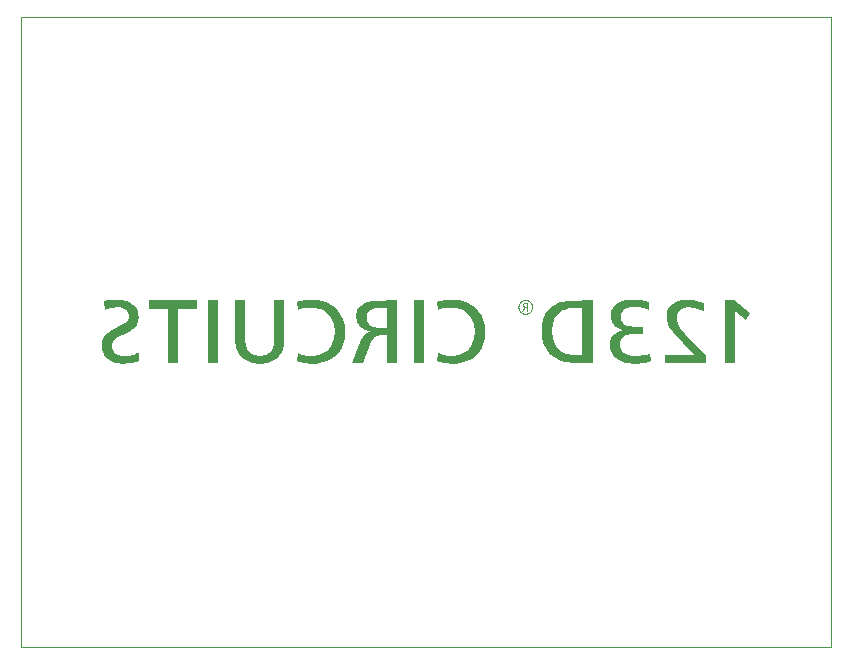
<source format=gbo>
G75*
G71*
%OFA0B0*%
%FSLAX23Y23*%
%IPPOS*%
%LPD*%
%ADD10C,0.1*%
%LPD*%D10*
X0Y0D02*
X0Y100D01*
X0Y200D01*
X0Y300D01*
X0Y400D01*
X0Y499D01*
X0Y599D01*
X0Y699D01*
X0Y799D01*
X0Y899D01*
X0Y999D01*
X0Y1099D01*
X0Y1199D01*
X0Y1299D01*
X0Y1398D01*
X0Y1498D01*
X0Y1598D01*
X0Y1698D01*
X0Y1798D01*
X0Y1898D01*
X0Y1998D01*
X0Y2098D01*
X0Y2198D01*
X0Y2297D01*
X0Y2397D01*
X0Y2497D01*
X0Y2597D01*
X0Y2697D01*
X0Y2797D01*
X0Y2897D01*
X0Y2997D01*
X0Y3097D01*
X0Y3196D01*
X0Y3296D01*
X0Y3396D01*
X0Y3496D01*
X0Y3596D01*
X0Y3696D01*
X0Y3796D01*
X0Y3896D01*
X0Y3995D01*
X0Y4095D01*
X0Y4195D01*
X0Y4295D01*
X0Y4395D01*
X0Y4495D01*
X0Y4595D01*
X0Y4695D01*
X0Y4795D01*
X0Y4894D01*
X0Y4994D01*
X0Y5094D01*
X0Y5194D01*
X0Y5294D01*
X0Y5394D01*
X0Y5494D01*
X0Y5594D01*
X0Y5694D01*
X0Y5793D01*
X0Y5893D01*
X0Y5993D01*
X0Y6093D01*
X0Y6193D01*
X0Y6293D01*
X0Y6393D01*
X0Y6493D01*
X0Y6593D01*
X0Y6692D01*
X0Y6792D01*
X0Y6892D01*
X0Y6992D01*
X0Y7092D01*
X0Y7192D01*
X0Y7292D01*
X0Y7392D01*
X0Y7492D01*
X0Y7591D01*
X0Y7691D01*
X0Y7791D01*
X0Y7891D01*
X0Y7991D01*
X0Y8091D01*
X0Y8191D01*
X0Y8291D01*
X0Y8391D01*
X0Y8490D01*
X0Y8590D01*
X0Y8690D01*
X0Y8790D01*
X0Y8890D01*
X0Y8990D01*
X0Y9090D01*
X0Y9190D01*
X0Y9290D01*
X0Y9389D01*
X0Y9489D01*
X0Y9589D01*
X0Y9689D01*
X0Y9789D01*
X0Y9889D01*
X0Y9989D01*
X0Y10089D01*
X0Y10188D01*
X0Y10288D01*
X0Y10388D01*
X0Y10488D01*
X0Y10588D01*
X0Y10688D01*
X0Y10788D01*
X0Y10888D01*
X0Y10988D01*
X0Y11087D01*
X0Y11187D01*
X0Y11287D01*
X0Y11387D01*
X0Y11487D01*
X0Y11587D01*
X0Y11687D01*
X0Y11787D01*
X0Y11887D01*
X0Y11986D01*
X0Y12086D01*
X0Y12186D01*
X0Y12286D01*
X0Y12386D01*
X0Y12486D01*
X0Y12586D01*
X0Y12686D01*
X0Y12786D01*
X0Y12885D01*
X0Y12985D01*
X0Y13085D01*
X0Y13185D01*
X0Y13285D01*
X0Y13385D01*
X0Y13485D01*
X0Y13585D01*
X0Y13685D01*
X0Y13784D01*
X0Y13884D01*
X0Y13984D01*
X0Y14084D01*
X0Y14184D01*
X0Y14284D01*
X0Y14384D01*
X0Y14484D01*
X0Y14584D01*
X0Y14683D01*
X0Y14783D01*
X0Y14883D01*
X0Y14983D01*
X0Y15083D01*
X0Y15183D01*
X0Y15283D01*
X0Y15383D01*
X0Y15483D01*
X0Y15582D01*
X0Y15682D01*
X0Y15782D01*
X0Y15882D01*
X0Y15982D01*
X0Y16082D01*
X0Y16182D01*
X0Y16282D01*
X0Y16381D01*
X0Y16481D01*
X0Y16581D01*
X0Y16681D01*
X0Y16781D01*
X0Y16881D01*
X0Y16981D01*
X0Y17081D01*
X0Y17181D01*
X0Y17280D01*
X0Y17380D01*
X0Y17480D01*
X0Y17580D01*
X0Y17680D01*
X0Y17780D01*
X0Y17880D01*
X0Y17980D01*
X0Y18080D01*
X0Y18179D01*
X0Y18279D01*
X0Y18379D01*
X0Y18479D01*
X0Y18579D01*
X0Y18679D01*
X0Y18779D01*
X0Y18879D01*
X0Y18979D01*
X0Y19078D01*
X0Y19178D01*
X0Y19278D01*
X0Y19378D01*
X0Y19478D01*
X0Y19578D01*
X0Y19678D01*
X0Y19778D01*
X0Y19878D01*
X0Y19977D01*
X0Y20077D01*
X0Y20177D01*
X0Y20277D01*
X0Y20377D01*
X0Y20477D01*
X0Y20577D01*
X0Y20677D01*
X0Y20777D01*
X0Y20876D01*
X0Y20976D01*
X0Y21076D01*
X0Y21176D01*
X0Y21276D01*
X0Y21376D01*
X0Y21476D01*
X0Y21576D01*
X0Y21676D01*
X0Y21775D01*
X0Y21875D01*
X0Y21975D01*
X0Y22075D01*
X0Y22175D01*
X0Y22275D01*
X0Y22375D01*
X0Y22475D01*
X0Y22575D01*
X0Y22674D01*
X0Y22774D01*
X0Y22874D01*
X0Y22974D01*
X0Y23074D01*
X0Y23174D01*
X0Y23274D01*
X0Y23374D01*
X0Y23473D01*
X0Y23573D01*
X0Y23673D01*
X0Y23773D01*
X0Y23873D01*
X0Y23973D01*
X0Y24073D01*
X0Y24173D01*
X0Y24273D01*
X0Y24372D01*
X0Y24472D01*
X0Y24572D01*
X0Y24672D01*
X0Y24772D01*
X0Y24872D01*
X0Y24972D01*
X0Y25072D01*
X0Y25172D01*
X0Y25271D01*
X0Y25371D01*
X0Y25471D01*
X0Y25571D01*
X0Y25671D01*
X0Y25771D01*
X0Y25871D01*
X0Y25971D01*
X0Y26071D01*
X0Y26170D01*
X0Y26270D01*
X0Y26370D01*
X0Y26470D01*
X0Y26570D01*
X0Y26670D01*
X0Y26770D01*
X0Y26870D01*
X0Y26970D01*
X0Y27069D01*
X0Y27169D01*
X0Y27269D01*
X0Y27369D01*
X0Y27469D01*
X0Y27569D01*
X0Y27669D01*
X0Y27769D01*
X0Y27869D01*
X0Y27968D01*
X0Y28068D01*
X0Y28168D01*
X0Y28268D01*
X0Y28368D01*
X0Y28468D01*
X0Y28568D01*
X0Y28668D01*
X0Y28768D01*
X0Y28867D01*
X0Y28967D01*
X0Y29067D01*
X0Y29167D01*
X0Y29267D01*
X0Y29367D01*
X0Y29467D01*
X0Y29567D01*
X0Y29667D01*
X0Y29766D01*
X0Y29866D01*
X0Y29966D01*
X0Y30066D01*
X0Y30166D01*
X0Y30266D01*
X0Y30366D01*
X0Y30466D01*
X0Y30565D01*
X0Y30665D01*
X0Y30765D01*
X0Y30865D01*
X0Y30965D01*
X0Y31065D01*
X0Y31165D01*
X0Y31265D01*
X0Y31365D01*
X0Y31464D01*
X0Y31564D01*
X0Y31664D01*
X0Y31764D01*
X0Y31864D01*
X0Y31964D01*
X0Y32064D01*
X0Y32164D01*
X0Y32264D01*
X0Y32363D01*
X0Y32463D01*
X0Y32563D01*
X0Y32663D01*
X0Y32763D01*
X0Y32863D01*
X0Y32963D01*
X0Y33063D01*
X0Y33163D01*
X0Y33262D01*
X0Y33362D01*
X0Y33462D01*
X0Y33562D01*
X0Y33662D01*
X0Y33762D01*
X0Y33862D01*
X0Y33962D01*
X0Y34062D01*
X0Y34161D01*
X0Y34261D01*
X0Y34361D01*
X0Y34461D01*
X0Y34561D01*
X0Y34661D01*
X0Y34761D01*
X0Y34861D01*
X0Y34961D01*
X0Y35060D01*
X0Y35160D01*
X0Y35260D01*
X0Y35360D01*
X0Y35460D01*
X0Y35560D01*
X0Y35660D01*
X0Y35760D01*
X0Y35860D01*
X0Y35959D01*
X0Y36059D01*
X0Y36159D01*
X0Y36259D01*
X0Y36359D01*
X0Y36459D01*
X0Y36559D01*
X0Y36659D01*
X0Y36759D01*
X0Y36858D01*
X0Y36958D01*
X0Y37058D01*
X0Y37158D01*
X0Y37258D01*
X0Y37358D01*
X0Y37458D01*
X0Y37558D01*
X0Y37658D01*
X0Y37757D01*
X0Y37857D01*
X0Y37957D01*
X0Y38057D01*
X0Y38157D01*
X0Y38257D01*
X0Y38357D01*
X0Y38457D01*
X0Y38556D01*
X0Y38656D01*
X0Y38756D01*
X0Y38856D01*
X0Y38956D01*
X0Y39056D01*
X0Y39156D01*
X0Y39256D01*
X0Y39356D01*
X0Y39455D01*
X0Y39555D01*
X0Y39655D01*
X0Y39755D01*
X0Y39855D01*
X0Y39955D01*
X0Y40055D01*
X0Y40155D01*
X0Y40255D01*
X0Y40354D01*
X0Y40454D01*
X0Y40554D01*
X0Y40654D01*
X0Y40754D01*
X0Y40854D01*
X0Y40954D01*
X0Y41054D01*
X0Y41154D01*
X0Y41253D01*
X0Y41353D01*
X0Y41453D01*
X0Y41553D01*
X0Y41653D01*
X0Y41753D01*
X0Y41853D01*
X0Y41953D01*
X0Y42053D01*
X0Y42152D01*
X0Y42252D01*
X0Y42352D01*
X0Y42452D01*
X0Y42552D01*
X0Y42652D01*
X0Y42752D01*
X0Y42852D01*
X0Y42952D01*
X0Y43051D01*
X0Y43151D01*
X0Y43251D01*
X0Y43351D01*
X0Y43451D01*
X0Y43551D01*
X0Y43651D01*
X0Y43751D01*
X0Y43851D01*
X0Y43950D01*
X0Y44050D01*
X0Y44150D01*
X0Y44250D01*
X0Y44350D01*
X0Y44450D01*
X0Y44550D01*
X0Y44650D01*
X0Y44750D01*
X0Y44849D01*
X0Y44949D01*
X0Y45049D01*
X0Y45149D01*
X0Y45249D01*
X0Y45349D01*
X0Y45449D01*
X0Y45549D01*
X0Y45649D01*
X0Y45748D01*
X0Y45848D01*
X0Y45948D01*
X0Y46048D01*
X0Y46148D01*
X0Y46248D01*
X0Y46348D01*
X0Y46448D01*
X0Y46548D01*
X0Y46647D01*
X0Y46747D01*
X0Y46847D01*
X0Y46947D01*
X0Y47047D01*
X0Y47147D01*
X0Y47247D01*
X0Y47347D01*
X0Y47447D01*
X0Y47546D01*
X0Y47646D01*
X0Y47746D01*
X0Y47846D01*
X0Y47946D01*
X0Y48046D01*
X0Y48146D01*
X0Y48246D01*
X0Y48346D01*
X0Y48445D01*
X0Y48545D01*
X0Y48645D01*
X0Y48745D01*
X0Y48845D01*
X0Y48945D01*
X0Y49045D01*
X0Y49145D01*
X0Y49244D01*
X0Y49344D01*
X0Y49444D01*
X0Y49544D01*
X0Y49644D01*
X0Y49744D01*
X0Y49844D01*
X0Y49944D01*
X0Y50044D01*
X0Y50143D01*
X0Y50243D01*
X0Y50343D01*
X0Y50443D01*
X0Y50543D01*
X0Y50643D01*
X0Y50743D01*
X0Y50843D01*
X0Y50943D01*
X0Y51043D01*
X0Y51142D01*
X0Y51242D01*
X0Y51342D01*
X0Y51442D01*
X0Y51542D01*
X0Y51642D01*
X0Y51742D01*
X0Y51842D01*
X0Y51942D01*
X0Y52041D01*
X0Y52141D01*
X0Y52241D01*
X0Y52341D01*
X0Y52441D01*
X0Y52541D01*
X0Y52641D01*
X0Y52741D01*
X0Y52841D01*
X0Y52940D01*
X0Y53040D01*
X0Y53140D01*
X0Y53240D01*
X0Y53340D01*
X100Y53340D01*
X200Y53340D01*
X300Y53340D01*
X400Y53340D01*
X500Y53340D01*
X600Y53340D01*
X700Y53340D01*
X800Y53340D01*
X900Y53340D01*
X1000Y53340D01*
X1100Y53340D01*
X1200Y53340D01*
X1300Y53340D01*
X1400Y53340D01*
X1500Y53340D01*
X1600Y53340D01*
X1699Y53340D01*
X1799Y53340D01*
X1899Y53340D01*
X1999Y53340D01*
X2099Y53340D01*
X2199Y53340D01*
X2299Y53340D01*
X2399Y53340D01*
X2499Y53340D01*
X2599Y53340D01*
X2699Y53340D01*
X2799Y53340D01*
X2899Y53340D01*
X2999Y53340D01*
X3099Y53340D01*
X3199Y53340D01*
X3299Y53340D01*
X3399Y53340D01*
X3499Y53340D01*
X3599Y53340D01*
X3699Y53340D01*
X3799Y53340D01*
X3899Y53340D01*
X3999Y53340D01*
X4099Y53340D01*
X4199Y53340D01*
X4299Y53340D01*
X4399Y53340D01*
X4499Y53340D01*
X4599Y53340D01*
X4699Y53340D01*
X4799Y53340D01*
X4899Y53340D01*
X4999Y53340D01*
X5098Y53340D01*
X5198Y53340D01*
X5298Y53340D01*
X5398Y53340D01*
X5498Y53340D01*
X5598Y53340D01*
X5698Y53340D01*
X5798Y53340D01*
X5898Y53340D01*
X5998Y53340D01*
X6098Y53340D01*
X6198Y53340D01*
X6298Y53340D01*
X6398Y53340D01*
X6498Y53340D01*
X6598Y53340D01*
X6698Y53340D01*
X6798Y53340D01*
X6898Y53340D01*
X6998Y53340D01*
X7098Y53340D01*
X7198Y53340D01*
X7298Y53340D01*
X7398Y53340D01*
X7498Y53340D01*
X7598Y53340D01*
X7698Y53340D01*
X7798Y53340D01*
X7898Y53340D01*
X7998Y53340D01*
X8098Y53340D01*
X8198Y53340D01*
X8298Y53340D01*
X8398Y53340D01*
X8497Y53340D01*
X8597Y53340D01*
X8697Y53340D01*
X8797Y53340D01*
X8897Y53340D01*
X8997Y53340D01*
X9097Y53340D01*
X9197Y53340D01*
X9297Y53340D01*
X9397Y53340D01*
X9497Y53340D01*
X9597Y53340D01*
X9697Y53340D01*
X9797Y53340D01*
X9897Y53340D01*
X9997Y53340D01*
X10097Y53340D01*
X10197Y53340D01*
X10297Y53340D01*
X10397Y53340D01*
X10497Y53340D01*
X10597Y53340D01*
X10697Y53340D01*
X10797Y53340D01*
X10897Y53340D01*
X10997Y53340D01*
X11097Y53340D01*
X11197Y53340D01*
X11297Y53340D01*
X11397Y53340D01*
X11497Y53340D01*
X11597Y53340D01*
X11697Y53340D01*
X11797Y53340D01*
X11896Y53340D01*
X11996Y53340D01*
X12096Y53340D01*
X12196Y53340D01*
X12296Y53340D01*
X12396Y53340D01*
X12496Y53340D01*
X12596Y53340D01*
X12696Y53340D01*
X12796Y53340D01*
X12896Y53340D01*
X12996Y53340D01*
X13096Y53340D01*
X13196Y53340D01*
X13296Y53340D01*
X13396Y53340D01*
X13496Y53340D01*
X13596Y53340D01*
X13696Y53340D01*
X13796Y53340D01*
X13896Y53340D01*
X13996Y53340D01*
X14096Y53340D01*
X14196Y53340D01*
X14296Y53340D01*
X14396Y53340D01*
X14496Y53340D01*
X14596Y53340D01*
X14696Y53340D01*
X14796Y53340D01*
X14896Y53340D01*
X14996Y53340D01*
X15096Y53340D01*
X15195Y53340D01*
X15295Y53340D01*
X15395Y53340D01*
X15495Y53340D01*
X15595Y53340D01*
X15695Y53340D01*
X15795Y53340D01*
X15895Y53340D01*
X15995Y53340D01*
X16095Y53340D01*
X16195Y53340D01*
X16295Y53340D01*
X16395Y53340D01*
X16495Y53340D01*
X16595Y53340D01*
X16695Y53340D01*
X16795Y53340D01*
X16895Y53340D01*
X16995Y53340D01*
X17095Y53340D01*
X17195Y53340D01*
X17295Y53340D01*
X17395Y53340D01*
X17495Y53340D01*
X17595Y53340D01*
X17695Y53340D01*
X17795Y53340D01*
X17895Y53340D01*
X17995Y53340D01*
X18095Y53340D01*
X18195Y53340D01*
X18295Y53340D01*
X18395Y53340D01*
X18495Y53340D01*
X18594Y53340D01*
X18694Y53340D01*
X18794Y53340D01*
X18894Y53340D01*
X18994Y53340D01*
X19094Y53340D01*
X19194Y53340D01*
X19294Y53340D01*
X19394Y53340D01*
X19494Y53340D01*
X19594Y53340D01*
X19694Y53340D01*
X19794Y53340D01*
X19894Y53340D01*
X19994Y53340D01*
X20094Y53340D01*
X20194Y53340D01*
X20294Y53340D01*
X20394Y53340D01*
X20494Y53340D01*
X20594Y53340D01*
X20694Y53340D01*
X20794Y53340D01*
X20894Y53340D01*
X20994Y53340D01*
X21094Y53340D01*
X21194Y53340D01*
X21294Y53340D01*
X21394Y53340D01*
X21494Y53340D01*
X21594Y53340D01*
X21694Y53340D01*
X21794Y53340D01*
X21894Y53340D01*
X21993Y53340D01*
X22093Y53340D01*
X22193Y53340D01*
X22293Y53340D01*
X22393Y53340D01*
X22493Y53340D01*
X22593Y53340D01*
X22693Y53340D01*
X22793Y53340D01*
X22893Y53340D01*
X22993Y53340D01*
X23093Y53340D01*
X23193Y53340D01*
X23293Y53340D01*
X23393Y53340D01*
X23493Y53340D01*
X23593Y53340D01*
X23693Y53340D01*
X23793Y53340D01*
X23893Y53340D01*
X23993Y53340D01*
X24093Y53340D01*
X24193Y53340D01*
X24293Y53340D01*
X24393Y53340D01*
X24493Y53340D01*
X24593Y53340D01*
X24693Y53340D01*
X24793Y53340D01*
X24893Y53340D01*
X24993Y53340D01*
X25093Y53340D01*
X25193Y53340D01*
X25293Y53340D01*
X25392Y53340D01*
X25492Y53340D01*
X25592Y53340D01*
X25692Y53340D01*
X25792Y53340D01*
X25892Y53340D01*
X25992Y53340D01*
X26092Y53340D01*
X26192Y53340D01*
X26292Y53340D01*
X26392Y53340D01*
X26492Y53340D01*
X26592Y53340D01*
X26692Y53340D01*
X26792Y53340D01*
X26892Y53340D01*
X26992Y53340D01*
X27092Y53340D01*
X27192Y53340D01*
X27292Y53340D01*
X27392Y53340D01*
X27492Y53340D01*
X27592Y53340D01*
X27692Y53340D01*
X27792Y53340D01*
X27892Y53340D01*
X27992Y53340D01*
X28092Y53340D01*
X28192Y53340D01*
X28292Y53340D01*
X28392Y53340D01*
X28492Y53340D01*
X28592Y53340D01*
X28692Y53340D01*
X28791Y53340D01*
X28891Y53340D01*
X28991Y53340D01*
X29091Y53340D01*
X29191Y53340D01*
X29291Y53340D01*
X29391Y53340D01*
X29491Y53340D01*
X29591Y53340D01*
X29691Y53340D01*
X29791Y53340D01*
X29891Y53340D01*
X29991Y53340D01*
X30091Y53340D01*
X30191Y53340D01*
X30291Y53340D01*
X30391Y53340D01*
X30491Y53340D01*
X30591Y53340D01*
X30691Y53340D01*
X30791Y53340D01*
X30891Y53340D01*
X30991Y53340D01*
X31091Y53340D01*
X31191Y53340D01*
X31291Y53340D01*
X31391Y53340D01*
X31491Y53340D01*
X31591Y53340D01*
X31691Y53340D01*
X31791Y53340D01*
X31891Y53340D01*
X31991Y53340D01*
X32090Y53340D01*
X32190Y53340D01*
X32290Y53340D01*
X32390Y53340D01*
X32490Y53340D01*
X32590Y53340D01*
X32690Y53340D01*
X32790Y53340D01*
X32890Y53340D01*
X32990Y53340D01*
X33090Y53340D01*
X33190Y53340D01*
X33290Y53340D01*
X33390Y53340D01*
X33490Y53340D01*
X33590Y53340D01*
X33690Y53340D01*
X33790Y53340D01*
X33890Y53340D01*
X33990Y53340D01*
X34090Y53340D01*
X34190Y53340D01*
X34290Y53340D01*
X34390Y53340D01*
X34490Y53340D01*
X34590Y53340D01*
X34690Y53340D01*
X34790Y53340D01*
X34890Y53340D01*
X34990Y53340D01*
X35090Y53340D01*
X35190Y53340D01*
X35290Y53340D01*
X35390Y53340D01*
X35490Y53340D01*
X35589Y53340D01*
X35689Y53340D01*
X35789Y53340D01*
X35889Y53340D01*
X35989Y53340D01*
X36089Y53340D01*
X36189Y53340D01*
X36289Y53340D01*
X36389Y53340D01*
X36489Y53340D01*
X36589Y53340D01*
X36689Y53340D01*
X36789Y53340D01*
X36889Y53340D01*
X36989Y53340D01*
X37089Y53340D01*
X37189Y53340D01*
X37289Y53340D01*
X37389Y53340D01*
X37489Y53340D01*
X37589Y53340D01*
X37689Y53340D01*
X37789Y53340D01*
X37889Y53340D01*
X37989Y53340D01*
X38089Y53340D01*
X38189Y53340D01*
X38289Y53340D01*
X38389Y53340D01*
X38489Y53340D01*
X38589Y53340D01*
X38689Y53340D01*
X38789Y53340D01*
X38888Y53340D01*
X38988Y53340D01*
X39088Y53340D01*
X39188Y53340D01*
X39288Y53340D01*
X39388Y53340D01*
X39488Y53340D01*
X39588Y53340D01*
X39688Y53340D01*
X39788Y53340D01*
X39888Y53340D01*
X39988Y53340D01*
X40088Y53340D01*
X40188Y53340D01*
X40288Y53340D01*
X40388Y53340D01*
X40488Y53340D01*
X40588Y53340D01*
X40688Y53340D01*
X40788Y53340D01*
X40888Y53340D01*
X40988Y53340D01*
X41088Y53340D01*
X41188Y53340D01*
X41288Y53340D01*
X41388Y53340D01*
X41488Y53340D01*
X41588Y53340D01*
X41688Y53340D01*
X41788Y53340D01*
X41888Y53340D01*
X41988Y53340D01*
X42088Y53340D01*
X42188Y53340D01*
X42288Y53340D01*
X42387Y53340D01*
X42487Y53340D01*
X42587Y53340D01*
X42687Y53340D01*
X42787Y53340D01*
X42887Y53340D01*
X42987Y53340D01*
X43087Y53340D01*
X43187Y53340D01*
X43287Y53340D01*
X43387Y53340D01*
X43487Y53340D01*
X43587Y53340D01*
X43687Y53340D01*
X43787Y53340D01*
X43887Y53340D01*
X43987Y53340D01*
X44087Y53340D01*
X44187Y53340D01*
X44287Y53340D01*
X44387Y53340D01*
X44487Y53340D01*
X44587Y53340D01*
X44687Y53340D01*
X44787Y53340D01*
X44887Y53340D01*
X44987Y53340D01*
X45087Y53340D01*
X45187Y53340D01*
X45287Y53340D01*
X45387Y53340D01*
X45487Y53340D01*
X45587Y53340D01*
X45687Y53340D01*
X45786Y53340D01*
X45886Y53340D01*
X45986Y53340D01*
X46086Y53340D01*
X46186Y53340D01*
X46286Y53340D01*
X46386Y53340D01*
X46486Y53340D01*
X46586Y53340D01*
X46686Y53340D01*
X46786Y53340D01*
X46886Y53340D01*
X46986Y53340D01*
X47086Y53340D01*
X47186Y53340D01*
X47286Y53340D01*
X47386Y53340D01*
X47486Y53340D01*
X47586Y53340D01*
X47686Y53340D01*
X47786Y53340D01*
X47886Y53340D01*
X47986Y53340D01*
X48086Y53340D01*
X48186Y53340D01*
X48286Y53340D01*
X48386Y53340D01*
X48486Y53340D01*
X48586Y53340D01*
X48686Y53340D01*
X48786Y53340D01*
X48886Y53340D01*
X48986Y53340D01*
X49086Y53340D01*
X49185Y53340D01*
X49285Y53340D01*
X49385Y53340D01*
X49485Y53340D01*
X49585Y53340D01*
X49685Y53340D01*
X49785Y53340D01*
X49885Y53340D01*
X49985Y53340D01*
X50085Y53340D01*
X50185Y53340D01*
X50285Y53340D01*
X50385Y53340D01*
X50485Y53340D01*
X50585Y53340D01*
X50685Y53340D01*
X50785Y53340D01*
X50885Y53340D01*
X50985Y53340D01*
X51085Y53340D01*
X51185Y53340D01*
X51285Y53340D01*
X51385Y53340D01*
X51485Y53340D01*
X51585Y53340D01*
X51685Y53340D01*
X51785Y53340D01*
X51885Y53340D01*
X51985Y53340D01*
X52085Y53340D01*
X52185Y53340D01*
X52285Y53340D01*
X52385Y53340D01*
X52485Y53340D01*
X52584Y53340D01*
X52684Y53340D01*
X52784Y53340D01*
X52884Y53340D01*
X52984Y53340D01*
X53084Y53340D01*
X53184Y53340D01*
X53284Y53340D01*
X53384Y53340D01*
X53484Y53340D01*
X53584Y53340D01*
X53684Y53340D01*
X53784Y53340D01*
X53884Y53340D01*
X53984Y53340D01*
X54084Y53340D01*
X54184Y53340D01*
X54284Y53340D01*
X54384Y53340D01*
X54484Y53340D01*
X54584Y53340D01*
X54684Y53340D01*
X54784Y53340D01*
X54884Y53340D01*
X54984Y53340D01*
X55084Y53340D01*
X55184Y53340D01*
X55284Y53340D01*
X55384Y53340D01*
X55484Y53340D01*
X55584Y53340D01*
X55684Y53340D01*
X55784Y53340D01*
X55884Y53340D01*
X55983Y53340D01*
X56083Y53340D01*
X56183Y53340D01*
X56283Y53340D01*
X56383Y53340D01*
X56483Y53340D01*
X56583Y53340D01*
X56683Y53340D01*
X56783Y53340D01*
X56883Y53340D01*
X56983Y53340D01*
X57083Y53340D01*
X57183Y53340D01*
X57283Y53340D01*
X57383Y53340D01*
X57483Y53340D01*
X57583Y53340D01*
X57683Y53340D01*
X57783Y53340D01*
X57883Y53340D01*
X57983Y53340D01*
X58083Y53340D01*
X58183Y53340D01*
X58283Y53340D01*
X58383Y53340D01*
X58483Y53340D01*
X58583Y53340D01*
X58683Y53340D01*
X58783Y53340D01*
X58883Y53340D01*
X58983Y53340D01*
X59083Y53340D01*
X59183Y53340D01*
X59283Y53340D01*
X59383Y53340D01*
X59482Y53340D01*
X59582Y53340D01*
X59682Y53340D01*
X59782Y53340D01*
X59882Y53340D01*
X59982Y53340D01*
X60082Y53340D01*
X60182Y53340D01*
X60282Y53340D01*
X60382Y53340D01*
X60482Y53340D01*
X60582Y53340D01*
X60682Y53340D01*
X60782Y53340D01*
X60882Y53340D01*
X60982Y53340D01*
X61082Y53340D01*
X61182Y53340D01*
X61282Y53340D01*
X61382Y53340D01*
X61482Y53340D01*
X61582Y53340D01*
X61682Y53340D01*
X61782Y53340D01*
X61882Y53340D01*
X61982Y53340D01*
X62082Y53340D01*
X62182Y53340D01*
X62282Y53340D01*
X62382Y53340D01*
X62482Y53340D01*
X62582Y53340D01*
X62682Y53340D01*
X62782Y53340D01*
X62882Y53340D01*
X62981Y53340D01*
X63081Y53340D01*
X63181Y53340D01*
X63281Y53340D01*
X63381Y53340D01*
X63481Y53340D01*
X63581Y53340D01*
X63681Y53340D01*
X63781Y53340D01*
X63881Y53340D01*
X63981Y53340D01*
X64081Y53340D01*
X64181Y53340D01*
X64281Y53340D01*
X64381Y53340D01*
X64481Y53340D01*
X64581Y53340D01*
X64681Y53340D01*
X64781Y53340D01*
X64881Y53340D01*
X64981Y53340D01*
X65081Y53340D01*
X65181Y53340D01*
X65281Y53340D01*
X65381Y53340D01*
X65481Y53340D01*
X65581Y53340D01*
X65681Y53340D01*
X65781Y53340D01*
X65881Y53340D01*
X65981Y53340D01*
X66081Y53340D01*
X66181Y53340D01*
X66281Y53340D01*
X66381Y53340D01*
X66481Y53340D01*
X66580Y53340D01*
X66680Y53340D01*
X66780Y53340D01*
X66880Y53340D01*
X66980Y53340D01*
X67080Y53340D01*
X67180Y53340D01*
X67280Y53340D01*
X67380Y53340D01*
X67480Y53340D01*
X67580Y53340D01*
X67680Y53340D01*
X67780Y53340D01*
X67880Y53340D01*
X67980Y53340D01*
X68080Y53340D01*
X68180Y53340D01*
X68280Y53340D01*
X68380Y53340D01*
X68480Y53340D01*
X68580Y53340D01*
X68580Y53240D01*
X68580Y53140D01*
X68580Y53040D01*
X68580Y52940D01*
X68580Y52841D01*
X68580Y52741D01*
X68580Y52641D01*
X68580Y52541D01*
X68580Y52441D01*
X68580Y52341D01*
X68580Y52241D01*
X68580Y52141D01*
X68580Y52041D01*
X68580Y51942D01*
X68580Y51842D01*
X68580Y51742D01*
X68580Y51642D01*
X68580Y51542D01*
X68580Y51442D01*
X68580Y51342D01*
X68580Y51242D01*
X68580Y51142D01*
X68580Y51043D01*
X68580Y50943D01*
X68580Y50843D01*
X68580Y50743D01*
X68580Y50643D01*
X68580Y50543D01*
X68580Y50443D01*
X68580Y50343D01*
X68580Y50243D01*
X68580Y50144D01*
X68580Y50044D01*
X68580Y49944D01*
X68580Y49844D01*
X68580Y49744D01*
X68580Y49644D01*
X68580Y49544D01*
X68580Y49444D01*
X68580Y49345D01*
X68580Y49245D01*
X68580Y49145D01*
X68580Y49045D01*
X68580Y48945D01*
X68580Y48845D01*
X68580Y48745D01*
X68580Y48645D01*
X68580Y48545D01*
X68580Y48446D01*
X68580Y48346D01*
X68580Y48246D01*
X68580Y48146D01*
X68580Y48046D01*
X68580Y47946D01*
X68580Y47846D01*
X68580Y47746D01*
X68580Y47646D01*
X68580Y47547D01*
X68580Y47447D01*
X68580Y47347D01*
X68580Y47247D01*
X68580Y47147D01*
X68580Y47047D01*
X68580Y46947D01*
X68580Y46847D01*
X68580Y46747D01*
X68580Y46648D01*
X68580Y46548D01*
X68580Y46448D01*
X68580Y46348D01*
X68580Y46248D01*
X68580Y46148D01*
X68580Y46048D01*
X68580Y45948D01*
X68580Y45848D01*
X68580Y45749D01*
X68580Y45649D01*
X68580Y45549D01*
X68580Y45449D01*
X68580Y45349D01*
X68580Y45249D01*
X68580Y45149D01*
X68580Y45049D01*
X68580Y44949D01*
X68580Y44850D01*
X68580Y44750D01*
X68580Y44650D01*
X68580Y44550D01*
X68580Y44450D01*
X68580Y44350D01*
X68580Y44250D01*
X68580Y44150D01*
X68580Y44050D01*
X68580Y43951D01*
X68580Y43851D01*
X68580Y43751D01*
X68580Y43651D01*
X68580Y43551D01*
X68580Y43451D01*
X68580Y43351D01*
X68580Y43251D01*
X68580Y43152D01*
X68580Y43052D01*
X68580Y42952D01*
X68580Y42852D01*
X68580Y42752D01*
X68580Y42652D01*
X68580Y42552D01*
X68580Y42452D01*
X68580Y42352D01*
X68580Y42253D01*
X68580Y42153D01*
X68580Y42053D01*
X68580Y41953D01*
X68580Y41853D01*
X68580Y41753D01*
X68580Y41653D01*
X68580Y41553D01*
X68580Y41453D01*
X68580Y41354D01*
X68580Y41254D01*
X68580Y41154D01*
X68580Y41054D01*
X68580Y40954D01*
X68580Y40854D01*
X68580Y40754D01*
X68580Y40654D01*
X68580Y40554D01*
X68580Y40455D01*
X68580Y40355D01*
X68580Y40255D01*
X68580Y40155D01*
X68580Y40055D01*
X68580Y39955D01*
X68580Y39855D01*
X68580Y39755D01*
X68580Y39655D01*
X68580Y39556D01*
X68580Y39456D01*
X68580Y39356D01*
X68580Y39256D01*
X68580Y39156D01*
X68580Y39056D01*
X68580Y38956D01*
X68580Y38856D01*
X68580Y38756D01*
X68580Y38657D01*
X68580Y38557D01*
X68580Y38457D01*
X68580Y38357D01*
X68580Y38257D01*
X68580Y38157D01*
X68580Y38057D01*
X68580Y37957D01*
X68580Y37857D01*
X68580Y37758D01*
X68580Y37658D01*
X68580Y37558D01*
X68580Y37458D01*
X68580Y37358D01*
X68580Y37258D01*
X68580Y37158D01*
X68580Y37058D01*
X68580Y36959D01*
X68580Y36859D01*
X68580Y36759D01*
X68580Y36659D01*
X68580Y36559D01*
X68580Y36459D01*
X68580Y36359D01*
X68580Y36259D01*
X68580Y36159D01*
X68580Y36060D01*
X68580Y35960D01*
X68580Y35860D01*
X68580Y35760D01*
X68580Y35660D01*
X68580Y35560D01*
X68580Y35460D01*
X68580Y35360D01*
X68580Y35260D01*
X68580Y35161D01*
X68580Y35061D01*
X68580Y34961D01*
X68580Y34861D01*
X68580Y34761D01*
X68580Y34661D01*
X68580Y34561D01*
X68580Y34461D01*
X68580Y34361D01*
X68580Y34262D01*
X68580Y34162D01*
X68580Y34062D01*
X68580Y33962D01*
X68580Y33862D01*
X68580Y33762D01*
X68580Y33662D01*
X68580Y33562D01*
X68580Y33462D01*
X68580Y33363D01*
X68580Y33263D01*
X68580Y33163D01*
X68580Y33063D01*
X68580Y32963D01*
X68580Y32863D01*
X68580Y32763D01*
X68580Y32663D01*
X68580Y32563D01*
X68580Y32464D01*
X68580Y32364D01*
X68580Y32264D01*
X68580Y32164D01*
X68580Y32064D01*
X68580Y31964D01*
X68580Y31864D01*
X68580Y31764D01*
X68580Y31664D01*
X68580Y31565D01*
X68580Y31465D01*
X68580Y31365D01*
X68580Y31265D01*
X68580Y31165D01*
X68580Y31065D01*
X68580Y30965D01*
X68580Y30865D01*
X68580Y30765D01*
X68580Y30666D01*
X68580Y30566D01*
X68580Y30466D01*
X68580Y30366D01*
X68580Y30266D01*
X68580Y30166D01*
X68580Y30066D01*
X68580Y29966D01*
X68580Y29867D01*
X68580Y29767D01*
X68580Y29667D01*
X68580Y29567D01*
X68580Y29467D01*
X68580Y29367D01*
X68580Y29267D01*
X68580Y29167D01*
X68580Y29067D01*
X68580Y28968D01*
X68580Y28868D01*
X68580Y28768D01*
X68580Y28668D01*
X68580Y28568D01*
X68580Y28468D01*
X68580Y28368D01*
X68580Y28268D01*
X68580Y28168D01*
X68580Y28069D01*
X68580Y27969D01*
X68580Y27869D01*
X68580Y27769D01*
X68580Y27669D01*
X68580Y27569D01*
X68580Y27469D01*
X68580Y27369D01*
X68580Y27269D01*
X68580Y27170D01*
X68580Y27070D01*
X68580Y26970D01*
X68580Y26870D01*
X68580Y26770D01*
X68580Y26670D01*
X68580Y26570D01*
X68580Y26470D01*
X68580Y26370D01*
X68580Y26271D01*
X68580Y26171D01*
X68580Y26071D01*
X68580Y25971D01*
X68580Y25871D01*
X68580Y25771D01*
X68580Y25671D01*
X68580Y25571D01*
X68580Y25471D01*
X68580Y25372D01*
X68580Y25272D01*
X68580Y25172D01*
X68580Y25072D01*
X68580Y24972D01*
X68580Y24872D01*
X68580Y24772D01*
X68580Y24672D01*
X68580Y24572D01*
X68580Y24473D01*
X68580Y24373D01*
X68580Y24273D01*
X68580Y24173D01*
X68580Y24073D01*
X68580Y23973D01*
X68580Y23873D01*
X68580Y23773D01*
X68580Y23673D01*
X68580Y23574D01*
X68580Y23474D01*
X68580Y23374D01*
X68580Y23274D01*
X68580Y23174D01*
X68580Y23074D01*
X68580Y22974D01*
X68580Y22874D01*
X68580Y22775D01*
X68580Y22675D01*
X68580Y22575D01*
X68580Y22475D01*
X68580Y22375D01*
X68580Y22275D01*
X68580Y22175D01*
X68580Y22075D01*
X68580Y21975D01*
X68580Y21876D01*
X68580Y21776D01*
X68580Y21676D01*
X68580Y21576D01*
X68580Y21476D01*
X68580Y21376D01*
X68580Y21276D01*
X68580Y21176D01*
X68580Y21076D01*
X68580Y20977D01*
X68580Y20877D01*
X68580Y20777D01*
X68580Y20677D01*
X68580Y20577D01*
X68580Y20477D01*
X68580Y20377D01*
X68580Y20277D01*
X68580Y20177D01*
X68580Y20078D01*
X68580Y19978D01*
X68580Y19878D01*
X68580Y19778D01*
X68580Y19678D01*
X68580Y19578D01*
X68580Y19478D01*
X68580Y19378D01*
X68580Y19278D01*
X68580Y19179D01*
X68580Y19079D01*
X68580Y18979D01*
X68580Y18879D01*
X68580Y18779D01*
X68580Y18679D01*
X68580Y18579D01*
X68580Y18479D01*
X68580Y18379D01*
X68580Y18280D01*
X68580Y18180D01*
X68580Y18080D01*
X68580Y17980D01*
X68580Y17880D01*
X68580Y17780D01*
X68580Y17680D01*
X68580Y17580D01*
X68580Y17480D01*
X68580Y17381D01*
X68580Y17281D01*
X68580Y17181D01*
X68580Y17081D01*
X68580Y16981D01*
X68580Y16881D01*
X68580Y16781D01*
X68580Y16681D01*
X68580Y16581D01*
X68580Y16482D01*
X68580Y16382D01*
X68580Y16282D01*
X68580Y16182D01*
X68580Y16082D01*
X68580Y15982D01*
X68580Y15882D01*
X68580Y15782D01*
X68580Y15682D01*
X68580Y15583D01*
X68580Y15483D01*
X68580Y15383D01*
X68580Y15283D01*
X68580Y15183D01*
X68580Y15083D01*
X68580Y14983D01*
X68580Y14883D01*
X68580Y14784D01*
X68580Y14684D01*
X68580Y14584D01*
X68580Y14484D01*
X68580Y14384D01*
X68580Y14284D01*
X68580Y14184D01*
X68580Y14084D01*
X68580Y13984D01*
X68580Y13885D01*
X68580Y13785D01*
X68580Y13685D01*
X68580Y13585D01*
X68580Y13485D01*
X68580Y13385D01*
X68580Y13285D01*
X68580Y13185D01*
X68580Y13085D01*
X68580Y12986D01*
X68580Y12886D01*
X68580Y12786D01*
X68580Y12686D01*
X68580Y12586D01*
X68580Y12486D01*
X68580Y12386D01*
X68580Y12286D01*
X68580Y12186D01*
X68580Y12087D01*
X68580Y11987D01*
X68580Y11887D01*
X68580Y11787D01*
X68580Y11687D01*
X68580Y11587D01*
X68580Y11487D01*
X68580Y11387D01*
X68580Y11287D01*
X68580Y11188D01*
X68580Y11088D01*
X68580Y10988D01*
X68580Y10888D01*
X68580Y10788D01*
X68580Y10688D01*
X68580Y10588D01*
X68580Y10488D01*
X68580Y10388D01*
X68580Y10289D01*
X68580Y10189D01*
X68580Y10089D01*
X68580Y9989D01*
X68580Y9889D01*
X68580Y9789D01*
X68580Y9689D01*
X68580Y9589D01*
X68580Y9489D01*
X68580Y9390D01*
X68580Y9290D01*
X68580Y9190D01*
X68580Y9090D01*
X68580Y8990D01*
X68580Y8890D01*
X68580Y8790D01*
X68580Y8690D01*
X68580Y8590D01*
X68580Y8491D01*
X68580Y8391D01*
X68580Y8291D01*
X68580Y8191D01*
X68580Y8091D01*
X68580Y7991D01*
X68580Y7891D01*
X68580Y7791D01*
X68580Y7691D01*
X68580Y7592D01*
X68580Y7492D01*
X68580Y7392D01*
X68580Y7292D01*
X68580Y7192D01*
X68580Y7092D01*
X68580Y6992D01*
X68580Y6892D01*
X68580Y6792D01*
X68580Y6693D01*
X68580Y6593D01*
X68580Y6493D01*
X68580Y6393D01*
X68580Y6293D01*
X68580Y6193D01*
X68580Y6093D01*
X68580Y5993D01*
X68580Y5893D01*
X68580Y5794D01*
X68580Y5694D01*
X68580Y5594D01*
X68580Y5494D01*
X68580Y5394D01*
X68580Y5294D01*
X68580Y5194D01*
X68580Y5094D01*
X68580Y4994D01*
X68580Y4895D01*
X68580Y4795D01*
X68580Y4695D01*
X68580Y4595D01*
X68580Y4495D01*
X68580Y4395D01*
X68580Y4295D01*
X68580Y4195D01*
X68580Y4096D01*
X68580Y3996D01*
X68580Y3896D01*
X68580Y3796D01*
X68580Y3696D01*
X68580Y3596D01*
X68580Y3496D01*
X68580Y3396D01*
X68580Y3296D01*
X68580Y3197D01*
X68580Y3097D01*
X68580Y2997D01*
X68580Y2897D01*
X68580Y2797D01*
X68580Y2697D01*
X68580Y2597D01*
X68580Y2497D01*
X68580Y2397D01*
X68580Y2297D01*
X68580Y2198D01*
X68580Y2098D01*
X68580Y1998D01*
X68580Y1898D01*
X68580Y1798D01*
X68580Y1698D01*
X68580Y1598D01*
X68580Y1498D01*
X68580Y1398D01*
X68580Y1299D01*
X68580Y1199D01*
X68580Y1099D01*
X68580Y999D01*
X68580Y899D01*
X68580Y799D01*
X68580Y699D01*
X68580Y599D01*
X68580Y499D01*
X68580Y400D01*
X68580Y300D01*
X68580Y200D01*
X68580Y100D01*
X68580Y0D01*
X68480Y0D01*
X68380Y0D01*
X68280Y0D01*
X68180Y0D01*
X68080Y0D01*
X67980Y0D01*
X67880Y0D01*
X67780Y0D01*
X67680Y0D01*
X67580Y0D01*
X67480Y0D01*
X67380Y0D01*
X67280Y0D01*
X67180Y0D01*
X67080Y0D01*
X66980Y0D01*
X66881Y0D01*
X66781Y0D01*
X66681Y0D01*
X66581Y0D01*
X66481Y0D01*
X66381Y0D01*
X66281Y0D01*
X66181Y0D01*
X66081Y0D01*
X65981Y0D01*
X65881Y0D01*
X65781Y0D01*
X65681Y0D01*
X65581Y0D01*
X65481Y0D01*
X65381Y0D01*
X65281Y0D01*
X65181Y0D01*
X65081Y0D01*
X64981Y0D01*
X64881Y0D01*
X64781Y0D01*
X64681Y0D01*
X64581Y0D01*
X64481Y0D01*
X64381Y0D01*
X64281Y0D01*
X64181Y0D01*
X64081Y0D01*
X63981Y0D01*
X63881Y0D01*
X63781Y0D01*
X63681Y0D01*
X63581Y0D01*
X63482Y0D01*
X63382Y0D01*
X63282Y0D01*
X63182Y0D01*
X63082Y0D01*
X62982Y0D01*
X62882Y0D01*
X62782Y0D01*
X62682Y0D01*
X62582Y0D01*
X62482Y0D01*
X62382Y0D01*
X62282Y0D01*
X62182Y0D01*
X62082Y0D01*
X61982Y0D01*
X61882Y0D01*
X61782Y0D01*
X61682Y0D01*
X61582Y0D01*
X61482Y0D01*
X61382Y0D01*
X61282Y0D01*
X61182Y0D01*
X61082Y0D01*
X60982Y0D01*
X60882Y0D01*
X60782Y0D01*
X60682Y0D01*
X60582Y0D01*
X60482Y0D01*
X60382Y0D01*
X60282Y0D01*
X60182Y0D01*
X60083Y0D01*
X59983Y0D01*
X59883Y0D01*
X59783Y0D01*
X59683Y0D01*
X59583Y0D01*
X59483Y0D01*
X59383Y0D01*
X59283Y0D01*
X59183Y0D01*
X59083Y0D01*
X58983Y0D01*
X58883Y0D01*
X58783Y0D01*
X58683Y0D01*
X58583Y0D01*
X58483Y0D01*
X58383Y0D01*
X58283Y0D01*
X58183Y0D01*
X58083Y0D01*
X57983Y0D01*
X57883Y0D01*
X57783Y0D01*
X57683Y0D01*
X57583Y0D01*
X57483Y0D01*
X57383Y0D01*
X57283Y0D01*
X57183Y0D01*
X57083Y0D01*
X56983Y0D01*
X56883Y0D01*
X56783Y0D01*
X56684Y0D01*
X56584Y0D01*
X56484Y0D01*
X56384Y0D01*
X56284Y0D01*
X56184Y0D01*
X56084Y0D01*
X55984Y0D01*
X55884Y0D01*
X55784Y0D01*
X55684Y0D01*
X55584Y0D01*
X55484Y0D01*
X55384Y0D01*
X55284Y0D01*
X55184Y0D01*
X55084Y0D01*
X54984Y0D01*
X54884Y0D01*
X54784Y0D01*
X54684Y0D01*
X54584Y0D01*
X54484Y0D01*
X54384Y0D01*
X54284Y0D01*
X54184Y0D01*
X54084Y0D01*
X53984Y0D01*
X53884Y0D01*
X53784Y0D01*
X53684Y0D01*
X53584Y0D01*
X53484Y0D01*
X53385Y0D01*
X53285Y0D01*
X53185Y0D01*
X53085Y0D01*
X52985Y0D01*
X52885Y0D01*
X52785Y0D01*
X52685Y0D01*
X52585Y0D01*
X52485Y0D01*
X52385Y0D01*
X52285Y0D01*
X52185Y0D01*
X52085Y0D01*
X51985Y0D01*
X51885Y0D01*
X51785Y0D01*
X51685Y0D01*
X51585Y0D01*
X51485Y0D01*
X51385Y0D01*
X51285Y0D01*
X51185Y0D01*
X51085Y0D01*
X50985Y0D01*
X50885Y0D01*
X50785Y0D01*
X50685Y0D01*
X50585Y0D01*
X50485Y0D01*
X50385Y0D01*
X50285Y0D01*
X50185Y0D01*
X50085Y0D01*
X49986Y0D01*
X49886Y0D01*
X49786Y0D01*
X49686Y0D01*
X49586Y0D01*
X49486Y0D01*
X49386Y0D01*
X49286Y0D01*
X49186Y0D01*
X49086Y0D01*
X48986Y0D01*
X48886Y0D01*
X48786Y0D01*
X48686Y0D01*
X48586Y0D01*
X48486Y0D01*
X48386Y0D01*
X48286Y0D01*
X48186Y0D01*
X48086Y0D01*
X47986Y0D01*
X47886Y0D01*
X47786Y0D01*
X47686Y0D01*
X47586Y0D01*
X47486Y0D01*
X47386Y0D01*
X47286Y0D01*
X47186Y0D01*
X47086Y0D01*
X46986Y0D01*
X46886Y0D01*
X46786Y0D01*
X46686Y0D01*
X46587Y0D01*
X46487Y0D01*
X46387Y0D01*
X46287Y0D01*
X46187Y0D01*
X46087Y0D01*
X45987Y0D01*
X45887Y0D01*
X45787Y0D01*
X45687Y0D01*
X45587Y0D01*
X45487Y0D01*
X45387Y0D01*
X45287Y0D01*
X45187Y0D01*
X45087Y0D01*
X44987Y0D01*
X44887Y0D01*
X44787Y0D01*
X44687Y0D01*
X44587Y0D01*
X44487Y0D01*
X44387Y0D01*
X44287Y0D01*
X44187Y0D01*
X44087Y0D01*
X43987Y0D01*
X43887Y0D01*
X43787Y0D01*
X43687Y0D01*
X43587Y0D01*
X43487Y0D01*
X43387Y0D01*
X43287Y0D01*
X43188Y0D01*
X43088Y0D01*
X42988Y0D01*
X42888Y0D01*
X42788Y0D01*
X42688Y0D01*
X42588Y0D01*
X42488Y0D01*
X42388Y0D01*
X42288Y0D01*
X42188Y0D01*
X42088Y0D01*
X41988Y0D01*
X41888Y0D01*
X41788Y0D01*
X41688Y0D01*
X41588Y0D01*
X41488Y0D01*
X41388Y0D01*
X41288Y0D01*
X41188Y0D01*
X41088Y0D01*
X40988Y0D01*
X40888Y0D01*
X40788Y0D01*
X40688Y0D01*
X40588Y0D01*
X40488Y0D01*
X40388Y0D01*
X40288Y0D01*
X40188Y0D01*
X40088Y0D01*
X39988Y0D01*
X39888Y0D01*
X39789Y0D01*
X39689Y0D01*
X39589Y0D01*
X39489Y0D01*
X39389Y0D01*
X39289Y0D01*
X39189Y0D01*
X39089Y0D01*
X38989Y0D01*
X38889Y0D01*
X38789Y0D01*
X38689Y0D01*
X38589Y0D01*
X38489Y0D01*
X38389Y0D01*
X38289Y0D01*
X38189Y0D01*
X38089Y0D01*
X37989Y0D01*
X37889Y0D01*
X37789Y0D01*
X37689Y0D01*
X37589Y0D01*
X37489Y0D01*
X37389Y0D01*
X37289Y0D01*
X37189Y0D01*
X37089Y0D01*
X36989Y0D01*
X36889Y0D01*
X36789Y0D01*
X36689Y0D01*
X36589Y0D01*
X36490Y0D01*
X36390Y0D01*
X36290Y0D01*
X36190Y0D01*
X36090Y0D01*
X35990Y0D01*
X35890Y0D01*
X35790Y0D01*
X35690Y0D01*
X35590Y0D01*
X35490Y0D01*
X35390Y0D01*
X35290Y0D01*
X35190Y0D01*
X35090Y0D01*
X34990Y0D01*
X34890Y0D01*
X34790Y0D01*
X34690Y0D01*
X34590Y0D01*
X34490Y0D01*
X34390Y0D01*
X34290Y0D01*
X34190Y0D01*
X34090Y0D01*
X33990Y0D01*
X33890Y0D01*
X33790Y0D01*
X33690Y0D01*
X33590Y0D01*
X33490Y0D01*
X33390Y0D01*
X33290Y0D01*
X33190Y0D01*
X33090Y0D01*
X32991Y0D01*
X32891Y0D01*
X32791Y0D01*
X32691Y0D01*
X32591Y0D01*
X32491Y0D01*
X32391Y0D01*
X32291Y0D01*
X32191Y0D01*
X32091Y0D01*
X31991Y0D01*
X31891Y0D01*
X31791Y0D01*
X31691Y0D01*
X31591Y0D01*
X31491Y0D01*
X31391Y0D01*
X31291Y0D01*
X31191Y0D01*
X31091Y0D01*
X30991Y0D01*
X30891Y0D01*
X30791Y0D01*
X30691Y0D01*
X30591Y0D01*
X30491Y0D01*
X30391Y0D01*
X30291Y0D01*
X30191Y0D01*
X30091Y0D01*
X29991Y0D01*
X29891Y0D01*
X29791Y0D01*
X29692Y0D01*
X29592Y0D01*
X29492Y0D01*
X29392Y0D01*
X29292Y0D01*
X29192Y0D01*
X29092Y0D01*
X28992Y0D01*
X28892Y0D01*
X28792Y0D01*
X28692Y0D01*
X28592Y0D01*
X28492Y0D01*
X28392Y0D01*
X28292Y0D01*
X28192Y0D01*
X28092Y0D01*
X27992Y0D01*
X27892Y0D01*
X27792Y0D01*
X27692Y0D01*
X27592Y0D01*
X27492Y0D01*
X27392Y0D01*
X27292Y0D01*
X27192Y0D01*
X27092Y0D01*
X26992Y0D01*
X26892Y0D01*
X26792Y0D01*
X26692Y0D01*
X26592Y0D01*
X26492Y0D01*
X26392Y0D01*
X26292Y0D01*
X26193Y0D01*
X26093Y0D01*
X25993Y0D01*
X25893Y0D01*
X25793Y0D01*
X25693Y0D01*
X25593Y0D01*
X25493Y0D01*
X25393Y0D01*
X25293Y0D01*
X25193Y0D01*
X25093Y0D01*
X24993Y0D01*
X24893Y0D01*
X24793Y0D01*
X24693Y0D01*
X24593Y0D01*
X24493Y0D01*
X24393Y0D01*
X24293Y0D01*
X24193Y0D01*
X24093Y0D01*
X23993Y0D01*
X23893Y0D01*
X23793Y0D01*
X23693Y0D01*
X23593Y0D01*
X23493Y0D01*
X23393Y0D01*
X23293Y0D01*
X23193Y0D01*
X23093Y0D01*
X22993Y0D01*
X22893Y0D01*
X22794Y0D01*
X22694Y0D01*
X22594Y0D01*
X22494Y0D01*
X22394Y0D01*
X22294Y0D01*
X22194Y0D01*
X22094Y0D01*
X21994Y0D01*
X21894Y0D01*
X21794Y0D01*
X21694Y0D01*
X21594Y0D01*
X21494Y0D01*
X21394Y0D01*
X21294Y0D01*
X21194Y0D01*
X21094Y0D01*
X20994Y0D01*
X20894Y0D01*
X20794Y0D01*
X20694Y0D01*
X20594Y0D01*
X20494Y0D01*
X20394Y0D01*
X20294Y0D01*
X20194Y0D01*
X20094Y0D01*
X19994Y0D01*
X19894Y0D01*
X19794Y0D01*
X19694Y0D01*
X19594Y0D01*
X19494Y0D01*
X19395Y0D01*
X19295Y0D01*
X19195Y0D01*
X19095Y0D01*
X18995Y0D01*
X18895Y0D01*
X18795Y0D01*
X18695Y0D01*
X18595Y0D01*
X18495Y0D01*
X18395Y0D01*
X18295Y0D01*
X18195Y0D01*
X18095Y0D01*
X17995Y0D01*
X17895Y0D01*
X17795Y0D01*
X17695Y0D01*
X17595Y0D01*
X17495Y0D01*
X17395Y0D01*
X17295Y0D01*
X17195Y0D01*
X17095Y0D01*
X16995Y0D01*
X16895Y0D01*
X16795Y0D01*
X16695Y0D01*
X16595Y0D01*
X16495Y0D01*
X16395Y0D01*
X16295Y0D01*
X16195Y0D01*
X16095Y0D01*
X15996Y0D01*
X15896Y0D01*
X15796Y0D01*
X15696Y0D01*
X15596Y0D01*
X15496Y0D01*
X15396Y0D01*
X15296Y0D01*
X15196Y0D01*
X15096Y0D01*
X14996Y0D01*
X14896Y0D01*
X14796Y0D01*
X14696Y0D01*
X14596Y0D01*
X14496Y0D01*
X14396Y0D01*
X14296Y0D01*
X14196Y0D01*
X14096Y0D01*
X13996Y0D01*
X13896Y0D01*
X13796Y0D01*
X13696Y0D01*
X13596Y0D01*
X13496Y0D01*
X13396Y0D01*
X13296Y0D01*
X13196Y0D01*
X13096Y0D01*
X12996Y0D01*
X12896Y0D01*
X12796Y0D01*
X12696Y0D01*
X12597Y0D01*
X12497Y0D01*
X12397Y0D01*
X12297Y0D01*
X12197Y0D01*
X12097Y0D01*
X11997Y0D01*
X11897Y0D01*
X11797Y0D01*
X11697Y0D01*
X11597Y0D01*
X11497Y0D01*
X11397Y0D01*
X11297Y0D01*
X11197Y0D01*
X11097Y0D01*
X10997Y0D01*
X10897Y0D01*
X10797Y0D01*
X10697Y0D01*
X10597Y0D01*
X10497Y0D01*
X10397Y0D01*
X10297Y0D01*
X10197Y0D01*
X10097Y0D01*
X9997Y0D01*
X9897Y0D01*
X9797Y0D01*
X9697Y0D01*
X9597Y0D01*
X9497Y0D01*
X9397Y0D01*
X9297Y0D01*
X9197Y0D01*
X9098Y0D01*
X8998Y0D01*
X8898Y0D01*
X8798Y0D01*
X8698Y0D01*
X8598Y0D01*
X8498Y0D01*
X8398Y0D01*
X8298Y0D01*
X8198Y0D01*
X8098Y0D01*
X7998Y0D01*
X7898Y0D01*
X7798Y0D01*
X7698Y0D01*
X7598Y0D01*
X7498Y0D01*
X7398Y0D01*
X7298Y0D01*
X7198Y0D01*
X7098Y0D01*
X6998Y0D01*
X6898Y0D01*
X6798Y0D01*
X6698Y0D01*
X6598Y0D01*
X6498Y0D01*
X6398Y0D01*
X6298Y0D01*
X6198Y0D01*
X6098Y0D01*
X5998Y0D01*
X5898Y0D01*
X5798Y0D01*
X5698Y0D01*
X5599Y0D01*
X5499Y0D01*
X5399Y0D01*
X5299Y0D01*
X5199Y0D01*
X5099Y0D01*
X4999Y0D01*
X4899Y0D01*
X4799Y0D01*
X4699Y0D01*
X4599Y0D01*
X4499Y0D01*
X4399Y0D01*
X4299Y0D01*
X4199Y0D01*
X4099Y0D01*
X3999Y0D01*
X3899Y0D01*
X3799Y0D01*
X3699Y0D01*
X3599Y0D01*
X3499Y0D01*
X3399Y0D01*
X3299Y0D01*
X3199Y0D01*
X3099Y0D01*
X2999Y0D01*
X2899Y0D01*
X2799Y0D01*
X2699Y0D01*
X2599Y0D01*
X2499Y0D01*
X2399Y0D01*
X2299Y0D01*
X2199Y0D01*
X2099Y0D01*
X2000Y0D01*
X1900Y0D01*
X1800Y0D01*
X1700Y0D01*
X1600Y0D01*
X1500Y0D01*
X1400Y0D01*
X1300Y0D01*
X1200Y0D01*
X1100Y0D01*
X1000Y0D01*
X900Y0D01*
X800Y0D01*
X700Y0D01*
X600Y0D01*
X500Y0D01*
X400Y0D01*
X300Y0D01*
X200Y0D01*
X100Y0D01*
X0Y0D01*
X0Y0D01*
G36*
X60443Y24041D02*
X60443Y28431D01*
X61382Y27672D01*
X61722Y28242D01*
X60340Y29307D01*
X59614Y29307D01*
X59614Y24041D01*
X60443Y24041D01*
G37*
G36*
X58027Y24041D02*
X58027Y24689D01*
X56265Y26487D01*
X56036Y26746D01*
X55832Y27018D01*
X55744Y27156D01*
X55667Y27297D01*
X55604Y27439D01*
X55557Y27583D01*
X55526Y27727D01*
X55515Y27870D01*
X55521Y27971D01*
X55537Y28066D01*
X55563Y28155D01*
X55598Y28238D01*
X55642Y28315D01*
X55693Y28385D01*
X55752Y28450D01*
X55818Y28508D01*
X55889Y28559D01*
X55967Y28604D01*
X56048Y28643D01*
X56135Y28674D01*
X56226Y28699D01*
X56318Y28717D01*
X56414Y28728D01*
X56511Y28731D01*
X56686Y28724D01*
X56856Y28704D01*
X57104Y28650D01*
X57264Y28603D01*
X57577Y28481D01*
X57806Y28376D01*
X57844Y29054D01*
X57502Y29187D01*
X57147Y29291D01*
X56965Y29331D01*
X56782Y29362D01*
X56596Y29380D01*
X56408Y29386D01*
X56235Y29381D01*
X56068Y29367D01*
X55904Y29341D01*
X55746Y29305D01*
X55594Y29258D01*
X55450Y29200D01*
X55315Y29130D01*
X55189Y29048D01*
X55074Y28955D01*
X54971Y28849D01*
X54881Y28731D01*
X54806Y28600D01*
X54744Y28456D01*
X54700Y28298D01*
X54672Y28127D01*
X54663Y27942D01*
X54674Y27765D01*
X54706Y27592D01*
X54759Y27421D01*
X54828Y27254D01*
X54912Y27090D01*
X55009Y26928D01*
X55235Y26616D01*
X57016Y24680D01*
X54576Y24680D01*
X54576Y24041D01*
X58027Y24041D01*
X58027Y24041D01*
G37*
G36*
X53305Y24838D02*
X53150Y24781D01*
X52990Y24731D01*
X52661Y24658D01*
X52332Y24615D01*
X52018Y24601D01*
X51888Y24605D01*
X51762Y24616D01*
X51639Y24634D01*
X51521Y24660D01*
X51407Y24694D01*
X51300Y24735D01*
X51199Y24785D01*
X51106Y24843D01*
X51021Y24909D01*
X50944Y24984D01*
X50877Y25068D01*
X50820Y25161D01*
X50775Y25263D01*
X50743Y25375D01*
X50722Y25496D01*
X50715Y25627D01*
X50722Y25748D01*
X50743Y25858D01*
X50777Y25957D01*
X50822Y26045D01*
X50879Y26125D01*
X50945Y26196D01*
X51022Y26256D01*
X51106Y26310D01*
X51197Y26355D01*
X51295Y26394D01*
X51400Y26424D01*
X51508Y26448D01*
X51619Y26467D01*
X51853Y26486D01*
X52665Y26488D01*
X52665Y27081D01*
X51938Y27084D01*
X51683Y27105D01*
X51564Y27125D01*
X51451Y27152D01*
X51345Y27184D01*
X51248Y27226D01*
X51158Y27273D01*
X51077Y27330D01*
X51005Y27394D01*
X50943Y27467D01*
X50891Y27551D01*
X50848Y27642D01*
X50819Y27745D01*
X50800Y27857D01*
X50794Y27981D01*
X50801Y28089D01*
X50820Y28186D01*
X50852Y28276D01*
X50896Y28356D01*
X50948Y28428D01*
X51011Y28492D01*
X51083Y28548D01*
X51160Y28597D01*
X51247Y28638D01*
X51338Y28673D01*
X51434Y28702D01*
X51533Y28725D01*
X51636Y28742D01*
X51848Y28761D01*
X52099Y28758D01*
X52403Y28724D01*
X52714Y28660D01*
X53017Y28566D01*
X53163Y28510D01*
X53210Y29158D01*
X52875Y29256D01*
X52535Y29328D01*
X52188Y29371D01*
X51836Y29386D01*
X51489Y29370D01*
X51318Y29350D01*
X51152Y29320D01*
X50989Y29280D01*
X50833Y29231D01*
X50684Y29170D01*
X50546Y29098D01*
X50418Y29014D01*
X50302Y28918D01*
X50201Y28809D01*
X50114Y28687D01*
X50044Y28550D01*
X49992Y28400D01*
X49959Y28234D01*
X49948Y28053D01*
X49954Y27929D01*
X49969Y27812D01*
X49993Y27702D01*
X50027Y27596D01*
X50071Y27498D01*
X50122Y27404D01*
X50182Y27317D01*
X50248Y27235D01*
X50324Y27161D01*
X50405Y27092D01*
X50494Y27029D01*
X50588Y26972D01*
X50689Y26921D01*
X50795Y26876D01*
X50907Y26837D01*
X51023Y26804D01*
X50903Y26785D01*
X50786Y26756D01*
X50673Y26720D01*
X50565Y26677D01*
X50463Y26627D01*
X50366Y26569D01*
X50275Y26503D01*
X50191Y26431D01*
X50116Y26352D01*
X50048Y26267D01*
X49989Y26175D01*
X49939Y26076D01*
X49900Y25971D01*
X49871Y25861D01*
X49852Y25743D01*
X49846Y25620D01*
X49859Y25408D01*
X49894Y25211D01*
X49952Y25030D01*
X50030Y24864D01*
X50127Y24712D01*
X50241Y24576D01*
X50372Y24454D01*
X50517Y24346D01*
X50673Y24252D01*
X50842Y24171D01*
X51022Y24103D01*
X51209Y24049D01*
X51402Y24007D01*
X51601Y23977D01*
X51804Y23960D01*
X52274Y23960D01*
X52613Y23989D01*
X52942Y24045D01*
X53105Y24085D01*
X53352Y24159D01*
X53305Y24838D01*
X53305Y24838D01*
X53305Y24838D01*
G37*
G36*
X44102Y27063D02*
X44136Y27356D01*
X44193Y27628D01*
X44272Y27879D01*
X44373Y28108D01*
X44495Y28319D01*
X44637Y28508D01*
X44799Y28677D01*
X44983Y28825D01*
X45184Y28954D01*
X45405Y29063D01*
X45646Y29150D01*
X45903Y29220D01*
X46179Y29268D01*
X46473Y29297D01*
X48401Y29307D01*
X48401Y26768D01*
X47540Y26768D01*
X47540Y28668D01*
X46644Y28660D01*
X46433Y28636D01*
X46236Y28594D01*
X46053Y28538D01*
X45884Y28467D01*
X45730Y28379D01*
X45590Y28277D01*
X45465Y28162D01*
X45354Y28031D01*
X45258Y27887D01*
X45176Y27730D01*
X45109Y27558D01*
X45058Y27375D01*
X45020Y27178D01*
X44997Y26969D01*
X44990Y26750D01*
X44999Y26496D01*
X45025Y26259D01*
X45069Y26039D01*
X45130Y25836D01*
X45207Y25651D01*
X45302Y25480D01*
X45413Y25327D01*
X45539Y25190D01*
X45682Y25070D01*
X45840Y24967D01*
X46014Y24879D01*
X46203Y24808D01*
X46407Y24752D01*
X46626Y24712D01*
X46859Y24689D01*
X47540Y24680D01*
X47540Y26768D01*
X48401Y26768D01*
X48401Y24041D01*
X46700Y24051D01*
X46395Y24083D01*
X46104Y24134D01*
X45829Y24207D01*
X45571Y24300D01*
X45329Y24414D01*
X45107Y24550D01*
X44904Y24708D01*
X44720Y24887D01*
X44559Y25087D01*
X44419Y25309D01*
X44304Y25553D01*
X44212Y25819D01*
X44145Y26107D01*
X44104Y26417D01*
X44090Y26750D01*
X44102Y27063D01*
G37*
G36*
X42113Y28801D02*
X42123Y28864D01*
X42139Y28923D01*
X42159Y28982D01*
X42186Y29036D01*
X42218Y29088D01*
X42254Y29137D01*
X42295Y29182D01*
X42340Y29223D01*
X42389Y29260D01*
X42441Y29291D01*
X42497Y29317D01*
X42554Y29339D01*
X42615Y29354D01*
X42678Y29364D01*
X42742Y29367D01*
X42807Y29364D01*
X42870Y29354D01*
X42930Y29339D01*
X42989Y29317D01*
X43043Y29291D01*
X43096Y29260D01*
X43144Y29223D01*
X43189Y29182D01*
X43230Y29137D01*
X43267Y29088D01*
X43298Y29036D01*
X43325Y28982D01*
X43347Y28923D01*
X43362Y28864D01*
X43371Y28801D01*
X43375Y28736D01*
X43272Y28736D01*
X43269Y28791D01*
X43261Y28844D01*
X43249Y28895D01*
X43230Y28945D01*
X43209Y28991D01*
X43182Y29036D01*
X43151Y29078D01*
X43117Y29116D01*
X43080Y29152D01*
X43040Y29182D01*
X42996Y29210D01*
X42950Y29232D01*
X42900Y29251D01*
X42849Y29265D01*
X42797Y29272D01*
X42742Y29275D01*
X42688Y29272D01*
X42635Y29265D01*
X42584Y29250D01*
X42536Y29232D01*
X42490Y29209D01*
X42446Y29182D01*
X42405Y29150D01*
X42367Y29115D01*
X42333Y29078D01*
X42303Y29035D01*
X42277Y28991D01*
X42254Y28944D01*
X42237Y28894D01*
X42224Y28843D01*
X42216Y28791D01*
X42213Y28736D01*
X42216Y28682D01*
X42224Y28628D01*
X42237Y28577D01*
X42254Y28527D01*
X42277Y28480D01*
X42303Y28435D01*
X42333Y28394D01*
X42367Y28355D01*
X42405Y28320D01*
X42446Y28288D01*
X42490Y28260D01*
X42536Y28237D01*
X42584Y28219D01*
X42635Y28206D01*
X42688Y28197D01*
X42742Y28195D01*
X42770Y28195D01*
X42797Y28197D01*
X42849Y28206D01*
X42900Y28219D01*
X42950Y28237D01*
X42996Y28260D01*
X43040Y28288D01*
X43080Y28320D01*
X43117Y28354D01*
X43151Y28394D01*
X43182Y28436D01*
X43209Y28481D01*
X43230Y28529D01*
X43249Y28577D01*
X43261Y28629D01*
X43269Y28682D01*
X43272Y28736D01*
X43375Y28736D01*
X43372Y28688D01*
X43368Y28640D01*
X43359Y28593D01*
X43347Y28548D01*
X43331Y28504D01*
X43313Y28462D01*
X43291Y28421D01*
X43267Y28382D01*
X43240Y28345D01*
X43211Y28310D01*
X43179Y28277D01*
X43145Y28247D01*
X43109Y28219D01*
X43071Y28195D01*
X43031Y28172D01*
X42989Y28152D01*
X42930Y28130D01*
X42868Y28115D01*
X42807Y28105D01*
X42742Y28102D01*
X42678Y28106D01*
X42615Y28116D01*
X42554Y28130D01*
X42497Y28152D01*
X42441Y28179D01*
X42389Y28210D01*
X42340Y28247D01*
X42295Y28288D01*
X42254Y28333D01*
X42218Y28383D01*
X42186Y28435D01*
X42159Y28490D01*
X42139Y28548D01*
X42123Y28609D01*
X42113Y28672D01*
X42111Y28736D01*
X42113Y28801D01*
G37*
G36*
X42561Y28638D02*
X42571Y28656D01*
X42581Y28672D01*
X42592Y28687D01*
X42604Y28699D01*
X42618Y28710D01*
X42634Y28719D01*
X42654Y28727D01*
X42674Y28731D01*
X42639Y28740D01*
X42605Y28752D01*
X42573Y28769D01*
X42547Y28791D01*
X42524Y28815D01*
X42505Y28844D01*
X42494Y28876D01*
X42490Y28910D01*
X42496Y28959D01*
X42510Y28999D01*
X42533Y29031D01*
X42565Y29058D01*
X42601Y29079D01*
X42644Y29092D01*
X42690Y29101D01*
X42739Y29103D01*
X42962Y29103D01*
X42962Y28899D01*
X42867Y28899D01*
X42867Y29019D01*
X42749Y29018D01*
X42714Y29014D01*
X42681Y29010D01*
X42652Y29000D01*
X42627Y28985D01*
X42607Y28966D01*
X42595Y28940D01*
X42592Y28909D01*
X42595Y28875D01*
X42607Y28847D01*
X42627Y28825D01*
X42651Y28809D01*
X42680Y28797D01*
X42713Y28789D01*
X42747Y28785D01*
X42867Y28784D01*
X42867Y28899D01*
X42962Y28899D01*
X42962Y28366D01*
X42867Y28366D01*
X42867Y28699D01*
X42769Y28697D01*
X42742Y28694D01*
X42720Y28688D01*
X42701Y28678D01*
X42686Y28665D01*
X42672Y28648D01*
X42660Y28627D01*
X42539Y28366D01*
X42437Y28366D01*
X42561Y28638D01*
X42561Y28638D01*
G37*
G36*
X35252Y24184D02*
X35398Y24125D01*
X35552Y24078D01*
X35714Y24038D01*
X36050Y23983D01*
X36381Y23958D01*
X36539Y23954D01*
X36846Y23966D01*
X37139Y24001D01*
X37418Y24060D01*
X37681Y24141D01*
X37927Y24244D01*
X38157Y24368D01*
X38368Y24513D01*
X38560Y24679D01*
X38733Y24864D01*
X38885Y25069D01*
X39016Y25291D01*
X39126Y25533D01*
X39212Y25793D01*
X39275Y26068D01*
X39313Y26361D01*
X39326Y26671D01*
X39313Y26966D01*
X39273Y27250D01*
X39207Y27519D01*
X39117Y27774D01*
X39004Y28014D01*
X38869Y28237D01*
X38713Y28444D01*
X38537Y28632D01*
X38341Y28802D01*
X38129Y28951D01*
X37899Y29081D01*
X37654Y29188D01*
X37394Y29274D01*
X37121Y29336D01*
X36835Y29374D01*
X36539Y29386D01*
X36223Y29374D01*
X35892Y29337D01*
X35566Y29277D01*
X35412Y29235D01*
X35268Y29189D01*
X35315Y28495D01*
X35441Y28547D01*
X35576Y28592D01*
X35717Y28629D01*
X36010Y28685D01*
X36302Y28712D01*
X36444Y28716D01*
X36669Y28705D01*
X36883Y28676D01*
X37084Y28627D01*
X37274Y28561D01*
X37450Y28478D01*
X37613Y28378D01*
X37762Y28264D01*
X37897Y28134D01*
X38018Y27991D01*
X38124Y27834D01*
X38215Y27666D01*
X38290Y27487D01*
X38349Y27296D01*
X38391Y27096D01*
X38418Y26887D01*
X38426Y26671D01*
X38418Y26447D01*
X38393Y26233D01*
X38352Y26029D01*
X38295Y25838D01*
X38223Y25657D01*
X38135Y25489D01*
X38032Y25334D01*
X37914Y25191D01*
X37781Y25064D01*
X37634Y24952D01*
X37473Y24855D01*
X37297Y24774D01*
X37107Y24709D01*
X36905Y24663D01*
X36690Y24635D01*
X36460Y24626D01*
X36159Y24638D01*
X35863Y24678D01*
X35717Y24709D01*
X35574Y24748D01*
X35367Y24825D01*
X35299Y24854D01*
X35252Y24184D01*
X35252Y24184D01*
G37*
G36*
X34107Y24041D02*
X34107Y29307D01*
X33247Y29307D01*
X33247Y24041D01*
X34107Y24041D01*
X34107Y24041D01*
G37*
G36*
X28833Y25959D02*
X28896Y26100D01*
X28969Y26227D01*
X29007Y26287D01*
X29049Y26343D01*
X29094Y26395D01*
X29140Y26444D01*
X29188Y26488D01*
X29241Y26529D01*
X29294Y26565D01*
X29351Y26597D01*
X29411Y26624D01*
X29474Y26648D01*
X29538Y26666D01*
X29606Y26678D01*
X29483Y26702D01*
X29364Y26734D01*
X29249Y26774D01*
X29137Y26822D01*
X29033Y26878D01*
X28933Y26943D01*
X28840Y27013D01*
X28754Y27092D01*
X28676Y27177D01*
X28605Y27269D01*
X28545Y27368D01*
X28494Y27472D01*
X28454Y27583D01*
X28423Y27699D01*
X28405Y27822D01*
X28399Y27949D01*
X28410Y28149D01*
X28441Y28327D01*
X28494Y28489D01*
X28564Y28631D01*
X28652Y28758D01*
X28755Y28869D01*
X28871Y28965D01*
X29000Y29046D01*
X29139Y29115D01*
X29288Y29171D01*
X29445Y29217D01*
X29607Y29251D01*
X29947Y29295D01*
X31856Y29307D01*
X31856Y27858D01*
X31012Y27858D01*
X31012Y28684D01*
X30212Y28677D01*
X29995Y28655D01*
X29893Y28636D01*
X29796Y28610D01*
X29706Y28578D01*
X29622Y28540D01*
X29547Y28492D01*
X29479Y28436D01*
X29419Y28372D01*
X29368Y28297D01*
X29328Y28212D01*
X29299Y28116D01*
X29281Y28008D01*
X29275Y27886D01*
X29282Y27766D01*
X29302Y27655D01*
X29336Y27555D01*
X29381Y27464D01*
X29437Y27382D01*
X29503Y27309D01*
X29577Y27245D01*
X29658Y27188D01*
X29747Y27141D01*
X29842Y27099D01*
X29941Y27065D01*
X30044Y27039D01*
X30150Y27019D01*
X30258Y27005D01*
X31012Y26994D01*
X31012Y27858D01*
X31856Y27858D01*
X31856Y24041D01*
X31012Y24041D01*
X31012Y26362D01*
X30397Y26355D01*
X30314Y26345D01*
X30238Y26331D01*
X30167Y26311D01*
X30103Y26287D01*
X30043Y26256D01*
X29987Y26220D01*
X29936Y26178D01*
X29888Y26129D01*
X29843Y26073D01*
X29799Y26009D01*
X29758Y25938D01*
X29678Y25772D01*
X28990Y24041D01*
X28050Y24041D01*
X28833Y25959D01*
X28833Y25959D01*
G37*
G36*
X23392Y24184D02*
X23538Y24125D01*
X23692Y24078D01*
X23855Y24038D01*
X24190Y23983D01*
X24521Y23958D01*
X24679Y23954D01*
X24987Y23966D01*
X25279Y24001D01*
X25558Y24060D01*
X25821Y24141D01*
X26067Y24244D01*
X26297Y24368D01*
X26508Y24513D01*
X26701Y24679D01*
X26874Y24864D01*
X27025Y25069D01*
X27158Y25291D01*
X27266Y25533D01*
X27353Y25793D01*
X27415Y26068D01*
X27454Y26361D01*
X27466Y26671D01*
X27453Y26966D01*
X27413Y27250D01*
X27347Y27519D01*
X27257Y27774D01*
X27144Y28014D01*
X27010Y28237D01*
X26853Y28444D01*
X26677Y28632D01*
X26481Y28802D01*
X26269Y28951D01*
X26039Y29081D01*
X25794Y29188D01*
X25534Y29274D01*
X25262Y29336D01*
X24976Y29374D01*
X24679Y29386D01*
X24364Y29374D01*
X24032Y29337D01*
X23707Y29277D01*
X23552Y29235D01*
X23408Y29189D01*
X23455Y28495D01*
X23581Y28547D01*
X23716Y28592D01*
X23857Y28629D01*
X24150Y28685D01*
X24442Y28712D01*
X24585Y28716D01*
X24810Y28705D01*
X25023Y28676D01*
X25225Y28627D01*
X25414Y28561D01*
X25590Y28478D01*
X25753Y28378D01*
X25902Y28264D01*
X26037Y28134D01*
X26158Y27991D01*
X26264Y27834D01*
X26355Y27666D01*
X26430Y27487D01*
X26489Y27296D01*
X26531Y27096D01*
X26558Y26887D01*
X26566Y26671D01*
X26558Y26447D01*
X26534Y26233D01*
X26492Y26029D01*
X26435Y25838D01*
X26364Y25657D01*
X26275Y25489D01*
X26172Y25334D01*
X26054Y25191D01*
X25922Y25064D01*
X25775Y24952D01*
X25613Y24855D01*
X25437Y24774D01*
X25248Y24709D01*
X25045Y24663D01*
X24830Y24635D01*
X24525Y24626D01*
X24224Y24645D01*
X23930Y24692D01*
X23785Y24728D01*
X23645Y24771D01*
X23439Y24854D01*
X23392Y24184D01*
X23392Y24184D01*
G37*
G36*
X21450Y25952D02*
X21445Y25811D01*
X21432Y25675D01*
X21408Y25545D01*
X21375Y25421D01*
X21334Y25304D01*
X21281Y25195D01*
X21221Y25094D01*
X21150Y25001D01*
X21070Y24917D01*
X20980Y24843D01*
X20879Y24779D01*
X20770Y24725D01*
X20651Y24683D01*
X20522Y24651D01*
X20383Y24632D01*
X20235Y24626D01*
X20085Y24632D01*
X19946Y24651D01*
X19816Y24681D01*
X19697Y24724D01*
X19586Y24777D01*
X19487Y24841D01*
X19395Y24915D01*
X19314Y24998D01*
X19242Y25091D01*
X19180Y25191D01*
X19128Y25301D01*
X19086Y25419D01*
X19053Y25542D01*
X19029Y25672D01*
X19015Y25810D01*
X19010Y29307D01*
X18149Y29307D01*
X18159Y25727D01*
X18190Y25508D01*
X18237Y25302D01*
X18304Y25110D01*
X18386Y24932D01*
X18487Y24766D01*
X18602Y24616D01*
X18734Y24480D01*
X18879Y24360D01*
X19038Y24254D01*
X19211Y24163D01*
X19395Y24089D01*
X19591Y24031D01*
X19799Y23988D01*
X20016Y23963D01*
X20242Y23954D01*
X20468Y23963D01*
X20684Y23987D01*
X20890Y24027D01*
X21085Y24084D01*
X21268Y24156D01*
X21438Y24244D01*
X21595Y24347D01*
X21738Y24465D01*
X21867Y24599D01*
X21981Y24747D01*
X22079Y24910D01*
X22161Y25087D01*
X22225Y25278D01*
X22272Y25484D01*
X22301Y25703D01*
X22311Y29307D01*
X21450Y29307D01*
X21450Y25952D01*
X21450Y25952D01*
G37*
G36*
X16704Y24041D02*
X16704Y29307D01*
X15843Y29307D01*
X15843Y24041D01*
X16704Y24041D01*
X16704Y24041D01*
G37*
G36*
X13286Y24041D02*
X13286Y28597D01*
X14889Y28597D01*
X14889Y29307D01*
X10815Y29307D01*
X10815Y28597D01*
X12425Y28597D01*
X12425Y24041D01*
X13286Y24041D01*
G37*
G36*
X9994Y24901D02*
X9839Y24827D01*
X9688Y24765D01*
X9536Y24713D01*
X9382Y24672D01*
X9224Y24640D01*
X9062Y24618D01*
X8722Y24601D01*
X8627Y24605D01*
X8533Y24613D01*
X8440Y24628D01*
X8350Y24649D01*
X8263Y24675D01*
X8180Y24709D01*
X8100Y24751D01*
X8027Y24799D01*
X7959Y24854D01*
X7898Y24918D01*
X7844Y24989D01*
X7798Y25068D01*
X7762Y25155D01*
X7734Y25251D01*
X7717Y25357D01*
X7711Y25470D01*
X7715Y25561D01*
X7730Y25644D01*
X7753Y25722D01*
X7785Y25796D01*
X7823Y25864D01*
X7870Y25929D01*
X7922Y25988D01*
X7981Y26044D01*
X8047Y26097D01*
X8191Y26197D01*
X9125Y26663D01*
X9307Y26768D01*
X9475Y26886D01*
X9553Y26951D01*
X9626Y27020D01*
X9692Y27094D01*
X9753Y27175D01*
X9808Y27260D01*
X9855Y27352D01*
X9895Y27450D01*
X9927Y27556D01*
X9950Y27668D01*
X9964Y27789D01*
X9969Y27918D01*
X9958Y28106D01*
X9929Y28280D01*
X9881Y28440D01*
X9815Y28587D01*
X9734Y28721D01*
X9639Y28841D01*
X9531Y28948D01*
X9413Y29042D01*
X9284Y29126D01*
X9148Y29197D01*
X9005Y29256D01*
X8857Y29303D01*
X8705Y29340D01*
X8550Y29365D01*
X8395Y29381D01*
X8000Y29380D01*
X7692Y29354D01*
X7398Y29308D01*
X7047Y29221D01*
X7095Y28526D01*
X7225Y28578D01*
X7360Y28622D01*
X7498Y28659D01*
X7779Y28711D01*
X8058Y28736D01*
X8276Y28736D01*
X8360Y28729D01*
X8444Y28718D01*
X8528Y28700D01*
X8608Y28677D01*
X8687Y28648D01*
X8762Y28612D01*
X8833Y28571D01*
X8898Y28523D01*
X8956Y28467D01*
X9010Y28404D01*
X9055Y28332D01*
X9090Y28253D01*
X9118Y28166D01*
X9135Y28070D01*
X9140Y27965D01*
X9136Y27886D01*
X9124Y27813D01*
X9106Y27745D01*
X9080Y27681D01*
X9048Y27623D01*
X9010Y27567D01*
X8966Y27516D01*
X8918Y27467D01*
X8865Y27421D01*
X8808Y27377D01*
X8684Y27298D01*
X7745Y26843D01*
X7534Y26722D01*
X7437Y26657D01*
X7345Y26588D01*
X7260Y26514D01*
X7181Y26434D01*
X7109Y26349D01*
X7046Y26256D01*
X6990Y26156D01*
X6944Y26048D01*
X6908Y25930D01*
X6881Y25804D01*
X6864Y25665D01*
X6858Y25517D01*
X6868Y25323D01*
X6896Y25142D01*
X6941Y24974D01*
X7001Y24820D01*
X7078Y24679D01*
X7169Y24551D01*
X7273Y24436D01*
X7391Y24333D01*
X7521Y24243D01*
X7661Y24165D01*
X7811Y24101D01*
X7970Y24048D01*
X8139Y24006D01*
X8314Y23977D01*
X8495Y23960D01*
X8760Y23955D01*
X9086Y23973D01*
X9429Y24018D01*
X9776Y24092D01*
X10032Y24168D01*
X9994Y24901D01*
X9994Y24901D01*
G37*
M02*

</source>
